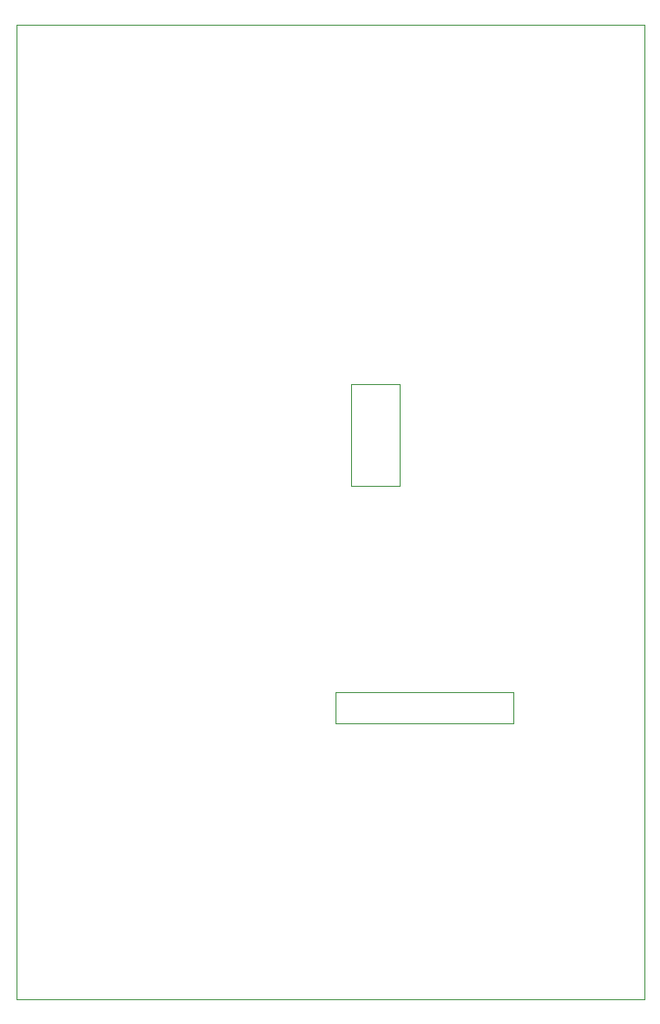
<source format=gko>
G04*
G04 #@! TF.GenerationSoftware,Altium Limited,Altium Designer,19.0.15 (446)*
G04*
G04 Layer_Color=16711935*
%FSLAX44Y44*%
%MOMM*%
G71*
G01*
G75*
%ADD13C,0.1000*%
D13*
X274999Y118000D02*
X320299D01*
X274999Y23799D02*
Y118000D01*
Y23799D02*
X320299D01*
Y118000D01*
X274999D02*
X320299D01*
X260644Y-166500D02*
X425254D01*
Y-195000D02*
Y-166500D01*
X260644Y-195000D02*
X425254D01*
X260644D02*
Y-166500D01*
X-33900Y450000D02*
X-33900D01*
X-33900Y-450000D02*
Y450000D01*
Y-450000D02*
X546100D01*
Y450200D01*
X-33900D02*
X546100D01*
M02*

</source>
